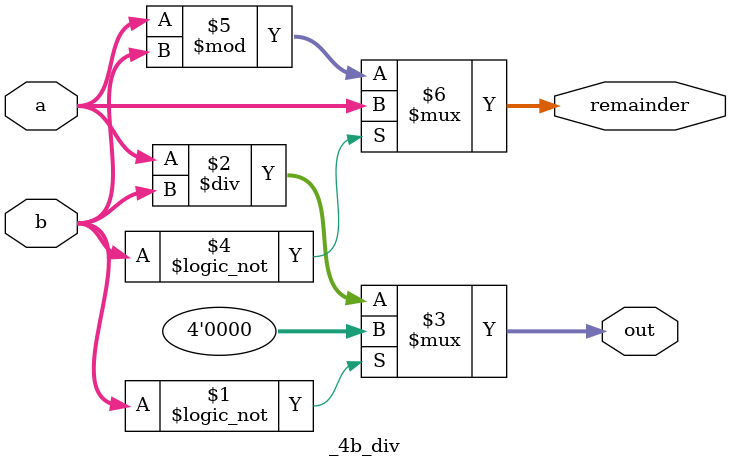
<source format=v>
module _4b_div (
    input [3:0] a, b,
    output [3:0] out, remainder
);

    assign out = (b == 0) ? 4'b0000 : a / b; // If division by zero, output 0 with remainder a
    assign remainder = (b == 0) ? a : a % b;

endmodule
</source>
